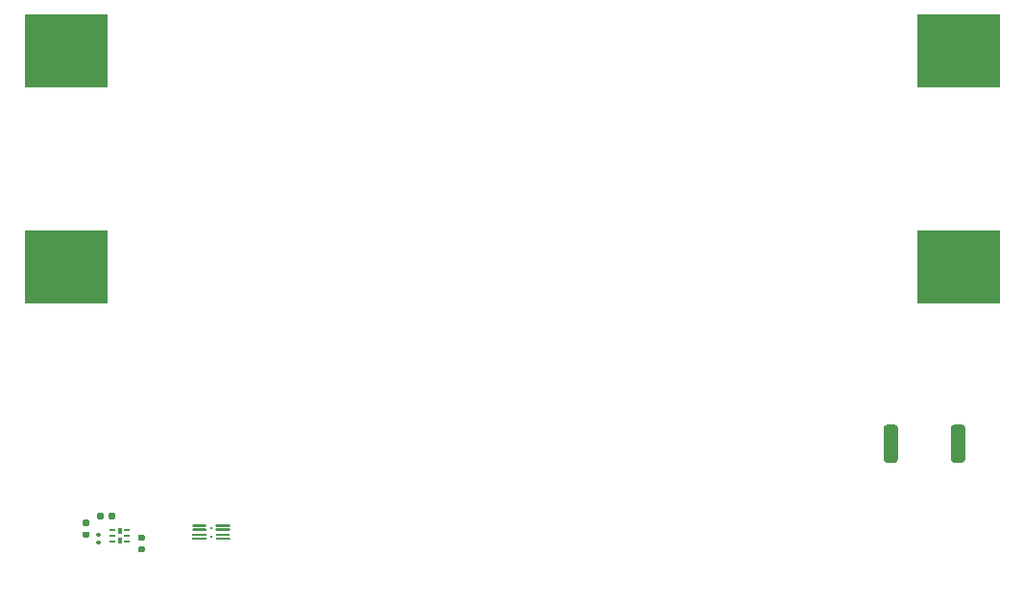
<source format=gtp>
G04 #@! TF.GenerationSoftware,KiCad,Pcbnew,(5.1.10)-1*
G04 #@! TF.CreationDate,2021-12-10T13:20:38-08:00*
G04 #@! TF.ProjectId,BQ298xyz,42513239-3878-4797-9a2e-6b696361645f,rev?*
G04 #@! TF.SameCoordinates,Original*
G04 #@! TF.FileFunction,Paste,Top*
G04 #@! TF.FilePolarity,Positive*
%FSLAX46Y46*%
G04 Gerber Fmt 4.6, Leading zero omitted, Abs format (unit mm)*
G04 Created by KiCad (PCBNEW (5.1.10)-1) date 2021-12-10 13:20:38*
%MOMM*%
%LPD*%
G01*
G04 APERTURE LIST*
%ADD10C,0.250000*%
%ADD11R,0.300000X0.600000*%
%ADD12R,0.530000X0.250000*%
%ADD13R,7.300000X6.400000*%
G04 APERTURE END LIST*
G36*
G01*
X123315000Y-119335000D02*
X123315000Y-119335000D01*
G75*
G02*
X123415000Y-119235000I100000J0D01*
G01*
X124535000Y-119235000D01*
G75*
G02*
X124635000Y-119335000I0J-100000D01*
G01*
X124635000Y-119335000D01*
G75*
G02*
X124535000Y-119435000I-100000J0D01*
G01*
X123415000Y-119435000D01*
G75*
G02*
X123315000Y-119335000I0J100000D01*
G01*
G37*
G36*
G01*
X121245000Y-119335000D02*
X121245000Y-119335000D01*
G75*
G02*
X121345000Y-119235000I100000J0D01*
G01*
X122465000Y-119235000D01*
G75*
G02*
X122565000Y-119335000I0J-100000D01*
G01*
X122565000Y-119335000D01*
G75*
G02*
X122465000Y-119435000I-100000J0D01*
G01*
X121345000Y-119435000D01*
G75*
G02*
X121245000Y-119335000I0J100000D01*
G01*
G37*
G36*
G01*
X123315000Y-120485000D02*
X123315000Y-120485000D01*
G75*
G02*
X123415000Y-120385000I100000J0D01*
G01*
X124535000Y-120385000D01*
G75*
G02*
X124635000Y-120485000I0J-100000D01*
G01*
X124635000Y-120485000D01*
G75*
G02*
X124535000Y-120585000I-100000J0D01*
G01*
X123415000Y-120585000D01*
G75*
G02*
X123315000Y-120485000I0J100000D01*
G01*
G37*
G36*
G01*
X121245000Y-120485000D02*
X121245000Y-120485000D01*
G75*
G02*
X121345000Y-120385000I100000J0D01*
G01*
X122465000Y-120385000D01*
G75*
G02*
X122565000Y-120485000I0J-100000D01*
G01*
X122565000Y-120485000D01*
G75*
G02*
X122465000Y-120585000I-100000J0D01*
G01*
X121345000Y-120585000D01*
G75*
G02*
X121245000Y-120485000I0J100000D01*
G01*
G37*
D10*
X122940000Y-119510000D03*
X122940000Y-120310000D03*
G36*
G01*
X123315000Y-120135000D02*
X123315000Y-120135000D01*
G75*
G02*
X123415000Y-120035000I100000J0D01*
G01*
X124535000Y-120035000D01*
G75*
G02*
X124635000Y-120135000I0J-100000D01*
G01*
X124635000Y-120135000D01*
G75*
G02*
X124535000Y-120235000I-100000J0D01*
G01*
X123415000Y-120235000D01*
G75*
G02*
X123315000Y-120135000I0J100000D01*
G01*
G37*
G36*
G01*
X121245000Y-120135000D02*
X121245000Y-120135000D01*
G75*
G02*
X121345000Y-120035000I100000J0D01*
G01*
X122465000Y-120035000D01*
G75*
G02*
X122565000Y-120135000I0J-100000D01*
G01*
X122565000Y-120135000D01*
G75*
G02*
X122465000Y-120235000I-100000J0D01*
G01*
X121345000Y-120235000D01*
G75*
G02*
X121245000Y-120135000I0J100000D01*
G01*
G37*
G36*
G01*
X123315000Y-119685000D02*
X123315000Y-119685000D01*
G75*
G02*
X123415000Y-119585000I100000J0D01*
G01*
X124535000Y-119585000D01*
G75*
G02*
X124635000Y-119685000I0J-100000D01*
G01*
X124635000Y-119685000D01*
G75*
G02*
X124535000Y-119785000I-100000J0D01*
G01*
X123415000Y-119785000D01*
G75*
G02*
X123315000Y-119685000I0J100000D01*
G01*
G37*
G36*
G01*
X121245000Y-119685000D02*
X121245000Y-119685000D01*
G75*
G02*
X121345000Y-119585000I100000J0D01*
G01*
X122465000Y-119585000D01*
G75*
G02*
X122565000Y-119685000I0J-100000D01*
G01*
X122565000Y-119685000D01*
G75*
G02*
X122465000Y-119785000I-100000J0D01*
G01*
X121345000Y-119785000D01*
G75*
G02*
X121245000Y-119685000I0J100000D01*
G01*
G37*
G36*
G01*
X183450000Y-110675000D02*
X183450000Y-113525000D01*
G75*
G02*
X183200000Y-113775000I-250000J0D01*
G01*
X182475000Y-113775000D01*
G75*
G02*
X182225000Y-113525000I0J250000D01*
G01*
X182225000Y-110675000D01*
G75*
G02*
X182475000Y-110425000I250000J0D01*
G01*
X183200000Y-110425000D01*
G75*
G02*
X183450000Y-110675000I0J-250000D01*
G01*
G37*
G36*
G01*
X189375000Y-110675000D02*
X189375000Y-113525000D01*
G75*
G02*
X189125000Y-113775000I-250000J0D01*
G01*
X188400000Y-113775000D01*
G75*
G02*
X188150000Y-113525000I0J250000D01*
G01*
X188150000Y-110675000D01*
G75*
G02*
X188400000Y-110425000I250000J0D01*
G01*
X189125000Y-110425000D01*
G75*
G02*
X189375000Y-110675000I0J-250000D01*
G01*
G37*
D11*
X114872501Y-119820000D03*
D12*
X115510001Y-119745000D03*
X115510001Y-120245000D03*
X115510001Y-120745000D03*
D11*
X114872501Y-120670000D03*
D12*
X114235001Y-120745000D03*
X114235001Y-120245000D03*
X114235001Y-119745000D03*
D13*
X188824999Y-77434999D03*
X188824999Y-96534999D03*
X110124999Y-96534999D03*
X110124999Y-77434999D03*
G36*
G01*
X116985000Y-120660000D02*
X116615000Y-120660000D01*
G75*
G02*
X116480000Y-120525000I0J135000D01*
G01*
X116480000Y-120255000D01*
G75*
G02*
X116615000Y-120120000I135000J0D01*
G01*
X116985000Y-120120000D01*
G75*
G02*
X117120000Y-120255000I0J-135000D01*
G01*
X117120000Y-120525000D01*
G75*
G02*
X116985000Y-120660000I-135000J0D01*
G01*
G37*
G36*
G01*
X116985000Y-121680000D02*
X116615000Y-121680000D01*
G75*
G02*
X116480000Y-121545000I0J135000D01*
G01*
X116480000Y-121275000D01*
G75*
G02*
X116615000Y-121140000I135000J0D01*
G01*
X116985000Y-121140000D01*
G75*
G02*
X117120000Y-121275000I0J-135000D01*
G01*
X117120000Y-121545000D01*
G75*
G02*
X116985000Y-121680000I-135000J0D01*
G01*
G37*
G36*
G01*
X113930000Y-118685000D02*
X113930000Y-118315000D01*
G75*
G02*
X114065000Y-118180000I135000J0D01*
G01*
X114335000Y-118180000D01*
G75*
G02*
X114470000Y-118315000I0J-135000D01*
G01*
X114470000Y-118685000D01*
G75*
G02*
X114335000Y-118820000I-135000J0D01*
G01*
X114065000Y-118820000D01*
G75*
G02*
X113930000Y-118685000I0J135000D01*
G01*
G37*
G36*
G01*
X112910000Y-118685000D02*
X112910000Y-118315000D01*
G75*
G02*
X113045000Y-118180000I135000J0D01*
G01*
X113315000Y-118180000D01*
G75*
G02*
X113450000Y-118315000I0J-135000D01*
G01*
X113450000Y-118685000D01*
G75*
G02*
X113315000Y-118820000I-135000J0D01*
G01*
X113045000Y-118820000D01*
G75*
G02*
X112910000Y-118685000I0J135000D01*
G01*
G37*
G36*
G01*
X111715000Y-119840000D02*
X112085000Y-119840000D01*
G75*
G02*
X112220000Y-119975000I0J-135000D01*
G01*
X112220000Y-120245000D01*
G75*
G02*
X112085000Y-120380000I-135000J0D01*
G01*
X111715000Y-120380000D01*
G75*
G02*
X111580000Y-120245000I0J135000D01*
G01*
X111580000Y-119975000D01*
G75*
G02*
X111715000Y-119840000I135000J0D01*
G01*
G37*
G36*
G01*
X111715000Y-118820000D02*
X112085000Y-118820000D01*
G75*
G02*
X112220000Y-118955000I0J-135000D01*
G01*
X112220000Y-119225000D01*
G75*
G02*
X112085000Y-119360000I-135000J0D01*
G01*
X111715000Y-119360000D01*
G75*
G02*
X111580000Y-119225000I0J135000D01*
G01*
X111580000Y-118955000D01*
G75*
G02*
X111715000Y-118820000I135000J0D01*
G01*
G37*
G36*
G01*
X112899500Y-120666000D02*
X113100500Y-120666000D01*
G75*
G02*
X113180000Y-120745500I0J-79500D01*
G01*
X113180000Y-120904500D01*
G75*
G02*
X113100500Y-120984000I-79500J0D01*
G01*
X112899500Y-120984000D01*
G75*
G02*
X112820000Y-120904500I0J79500D01*
G01*
X112820000Y-120745500D01*
G75*
G02*
X112899500Y-120666000I79500J0D01*
G01*
G37*
G36*
G01*
X112899500Y-119976000D02*
X113100500Y-119976000D01*
G75*
G02*
X113180000Y-120055500I0J-79500D01*
G01*
X113180000Y-120214500D01*
G75*
G02*
X113100500Y-120294000I-79500J0D01*
G01*
X112899500Y-120294000D01*
G75*
G02*
X112820000Y-120214500I0J79500D01*
G01*
X112820000Y-120055500D01*
G75*
G02*
X112899500Y-119976000I79500J0D01*
G01*
G37*
M02*

</source>
